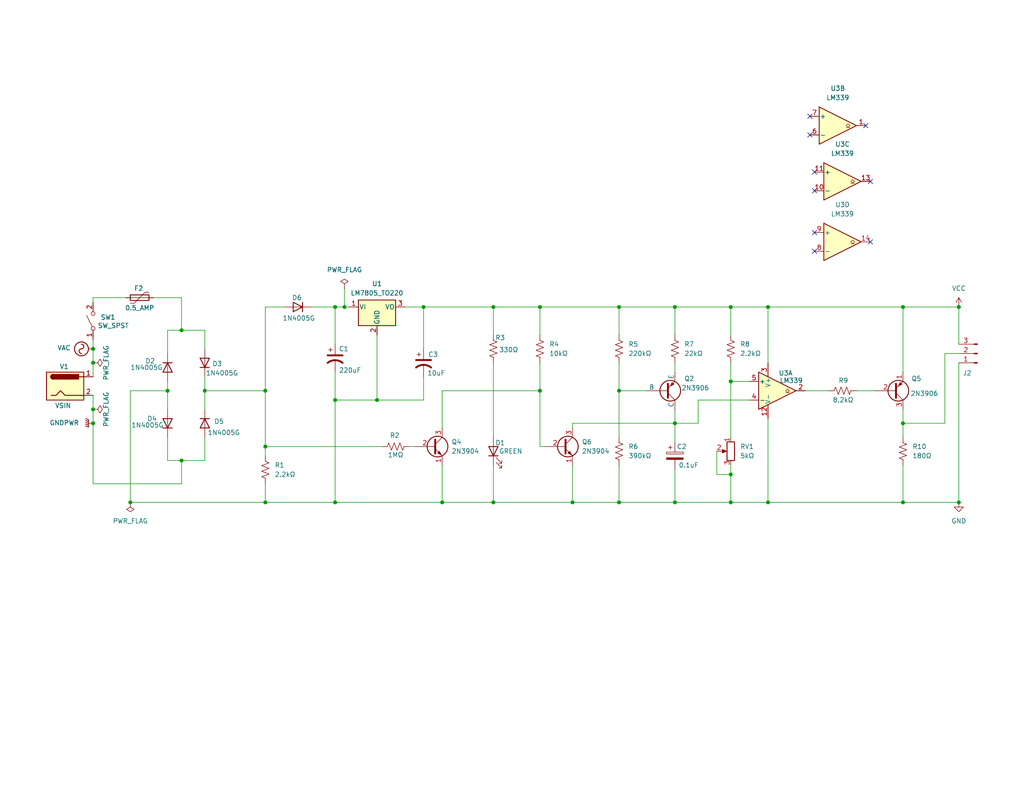
<source format=kicad_sch>
(kicad_sch (version 20231120) (generator "eeschema") (generator_version "8.0")
  (paper "A")
  (title_block (title "CMPE2150 PWM Generator - nkoirala1") (date "2024-12-09") (rev "0") (company "NAIT CNT") (comment 1 "Naresh Prasad Koirala"))
  (lib_symbols
    (symbol "Comparator:LM339" (pin_names (offset 0.127))
      (property "Reference" "U" (at 0 5.08 0))
      (property "Value" "LM339" (at 0 -5.08 0))
      (symbol "LM339_1_1"
        (polyline (pts (xy -5.08 5.08) (xy 5.08 0) (xy -5.08 -5.08) (xy -5.08 5.08)) (stroke (width 0.254)) (fill (type background)))
        (polyline (pts (xy 3.302 -0.508) (xy 2.794 -0.508) (xy 3.302 0) (xy 2.794 0.508) (xy 2.286 0) (xy 2.794 -0.508) (xy 2.286 -0.508)) (stroke (width 0.127)))
        (pin open_collector line (at 7.62 0 180) (length 2.54) (name "~") (number "2"))
        (pin input line (at -7.62 -2.54 0) (length 2.54) (name "-") (number "4"))
        (pin input line (at -7.62 2.54 0) (length 2.54) (name "+") (number "5"))
      )
      (symbol "LM339_2_1"
        (polyline (pts (xy -5.08 5.08) (xy 5.08 0) (xy -5.08 -5.08) (xy -5.08 5.08)) (stroke (width 0.254)) (fill (type background)))
        (polyline (pts (xy 3.302 -0.508) (xy 2.794 -0.508) (xy 3.302 0) (xy 2.794 0.508) (xy 2.286 0) (xy 2.794 -0.508) (xy 2.286 -0.508)) (stroke (width 0.127)))
        (pin open_collector line (at 7.62 0 180) (length 2.54) (name "~") (number "1"))
        (pin input line (at -7.62 -2.54 0) (length 2.54) (name "-") (number "6"))
        (pin input line (at -7.62 2.54 0) (length 2.54) (name "+") (number "7"))
      )
      (symbol "LM339_3_1"
        (polyline (pts (xy -5.08 5.08) (xy 5.08 0) (xy -5.08 -5.08) (xy -5.08 5.08)) (stroke (width 0.254)) (fill (type background)))
        (polyline (pts (xy 3.302 -0.508) (xy 2.794 -0.508) (xy 3.302 0) (xy 2.794 0.508) (xy 2.286 0) (xy 2.794 -0.508) (xy 2.286 -0.508)) (stroke (width 0.127)))
        (pin input line (at -7.62 -2.54 0) (length 2.54) (name "-") (number "10"))
        (pin input line (at -7.62 2.54 0) (length 2.54) (name "+") (number "11"))
        (pin open_collector line (at 7.62 0 180) (length 2.54) (name "~") (number "13"))
      )
      (symbol "LM339_4_1"
        (polyline (pts (xy -5.08 5.08) (xy 5.08 0) (xy -5.08 -5.08) (xy -5.08 5.08)) (stroke (width 0.254)) (fill (type background)))
        (polyline (pts (xy 3.302 -0.508) (xy 2.794 -0.508) (xy 3.302 0) (xy 2.794 0.508) (xy 2.286 0) (xy 2.794 -0.508) (xy 2.286 -0.508)) (stroke (width 0.127)))
        (pin open_collector line (at 7.62 0 180) (length 2.54) (name "~") (number "14"))
        (pin input line (at -7.62 -2.54 0) (length 2.54) (name "-") (number "8"))
        (pin input line (at -7.62 2.54 0) (length 2.54) (name "+") (number "9"))
      )
      (symbol "LM339_5_1"
        (pin power_in line (at -2.54 -7.62 90) (length 3.81) (name "V-") (number "12"))
        (pin power_in line (at -2.54 7.62 270) (length 3.81) (name "V+") (number "3"))
      )
    )
    (symbol "Connector:Barrel_Jack" (pin_names (offset 1.016))
      (property "Reference" "J" (at 0 5.334 0))
      (property "Value" "Barrel_Jack" (at 0 -5.08 0))
      (symbol "Barrel_Jack_0_1"
        (rectangle (start -5.08 3.81) (end 5.08 -3.81) (stroke (width 0.254)) (fill (type background)))
        (arc (start -3.302 3.175) (mid -3.9343 2.54) (end -3.302 1.905) (stroke (width 0.254)))
        (arc (start -3.302 3.175) (mid -3.9343 2.54) (end -3.302 1.905) (stroke (width 0.254)) (fill (type outline)))
        (polyline (pts (xy 5.08 2.54) (xy 3.81 2.54)) (stroke (width 0.254)))
        (polyline (pts (xy -3.81 -2.54) (xy -2.54 -2.54) (xy -1.27 -1.27) (xy 0 -2.54) (xy 2.54 -2.54) (xy 5.08 -2.54)) (stroke (width 0.254)))
        (rectangle (start 3.683 3.175) (end -3.302 1.905) (stroke (width 0.254)) (fill (type outline)))
      )
      (symbol "Barrel_Jack_1_1"
        (pin passive line (at 7.62 2.54 180) (length 2.54) (name "~") (number "1"))
        (pin passive line (at 7.62 -2.54 180) (length 2.54) (name "~") (number "2"))
      )
    )
    (symbol "Connector:Conn_01x03_Pin" (pin_names (offset 1.016) hide)
      (property "Reference" "J" (at 0 5.08 0))
      (property "Value" "Conn_01x03_Pin" (at 0 -5.08 0))
      (symbol "Conn_01x03_Pin_1_1"
        (polyline (pts (xy 1.27 -2.54) (xy 0.8636 -2.54)) (stroke (width 0.1524)))
        (polyline (pts (xy 1.27 0) (xy 0.8636 0)) (stroke (width 0.1524)))
        (polyline (pts (xy 1.27 2.54) (xy 0.8636 2.54)) (stroke (width 0.1524)))
        (rectangle (start 0.8636 -2.413) (end 0 -2.667) (stroke (width 0.1524)) (fill (type outline)))
        (rectangle (start 0.8636 0.127) (end 0 -0.127) (stroke (width 0.1524)) (fill (type outline)))
        (rectangle (start 0.8636 2.667) (end 0 2.413) (stroke (width 0.1524)) (fill (type outline)))
        (pin passive line (at 5.08 2.54 180) (length 3.81) (name "Pin_1") (number "1"))
        (pin passive line (at 5.08 0 180) (length 3.81) (name "Pin_2") (number "2"))
        (pin passive line (at 5.08 -2.54 180) (length 3.81) (name "Pin_3") (number "3"))
      )
    )
    (symbol "Device:C_Polarized" (pin_numbers hide) (pin_names (offset 0.254))
      (property "Reference" "C" (at 0.635 2.54 0))
      (property "Value" "C_Polarized" (at 0.635 -2.54 0))
      (symbol "C_Polarized_0_1"
        (rectangle (start -2.286 0.508) (end 2.286 1.016))
        (polyline (pts (xy -1.778 2.286) (xy -0.762 2.286)))
        (polyline (pts (xy -1.27 2.794) (xy -1.27 1.778)))
        (rectangle (start 2.286 -0.508) (end -2.286 -1.016) (fill (type outline)))
      )
      (symbol "C_Polarized_1_1"
        (pin passive line (at 0 3.81 270) (length 2.794) (name "~") (number "1"))
        (pin passive line (at 0 -3.81 90) (length 2.794) (name "~") (number "2"))
      )
    )
    (symbol "Device:C_Polarized_US" (pin_numbers hide) (pin_names (offset 0.254) hide)
      (property "Reference" "C" (at 0.635 2.54 0))
      (property "Value" "C_Polarized_US" (at 0.635 -2.54 0))
      (symbol "C_Polarized_US_0_1"
        (polyline (pts (xy -2.032 0.762) (xy 2.032 0.762)) (stroke (width 0.508)))
        (polyline (pts (xy -1.778 2.286) (xy -0.762 2.286)))
        (polyline (pts (xy -1.27 1.778) (xy -1.27 2.794)))
        (arc (start 2.032 -1.27) (mid 0 -0.5572) (end -2.032 -1.27) (stroke (width 0.508)))
      )
      (symbol "C_Polarized_US_1_1"
        (pin passive line (at 0 3.81 270) (length 2.794) (name "~") (number "1"))
        (pin passive line (at 0 -3.81 90) (length 3.302) (name "~") (number "2"))
      )
    )
    (symbol "Device:LED" (pin_numbers hide) (pin_names (offset 1.016) hide)
      (property "Reference" "D" (at 0 2.54 0))
      (property "Value" "LED" (at 0 -2.54 0))
      (symbol "LED_0_1"
        (polyline (pts (xy -1.27 -1.27) (xy -1.27 1.27)) (stroke (width 0.254)))
        (polyline (pts (xy -1.27 0) (xy 1.27 0)))
        (polyline (pts (xy 1.27 -1.27) (xy 1.27 1.27) (xy -1.27 0) (xy 1.27 -1.27)) (stroke (width 0.254)))
        (polyline (pts (xy -3.048 -0.762) (xy -4.572 -2.286) (xy -3.81 -2.286) (xy -4.572 -2.286) (xy -4.572 -1.524)))
        (polyline (pts (xy -1.778 -0.762) (xy -3.302 -2.286) (xy -2.54 -2.286) (xy -3.302 -2.286) (xy -3.302 -1.524)))
      )
      (symbol "LED_1_1"
        (pin passive line (at -3.81 0 0) (length 2.54) (name "K") (number "1"))
        (pin passive line (at 3.81 0 180) (length 2.54) (name "A") (number "2"))
      )
    )
    (symbol "Device:Polyfuse" (pin_numbers hide) (pin_names (offset 0))
      (property "Reference" "F" (at -2.54 0 90))
      (property "Value" "Polyfuse" (at 2.54 0 90))
      (symbol "Polyfuse_0_1"
        (rectangle (start -0.762 2.54) (end 0.762 -2.54) (stroke (width 0.254)))
        (polyline (pts (xy 0 2.54) (xy 0 -2.54)))
        (polyline (pts (xy -1.524 2.54) (xy -1.524 1.524) (xy 1.524 -1.524) (xy 1.524 -2.54)))
      )
      (symbol "Polyfuse_1_1"
        (pin passive line (at 0 3.81 270) (length 1.27) (name "~") (number "1"))
        (pin passive line (at 0 -3.81 90) (length 1.27) (name "~") (number "2"))
      )
    )
    (symbol "Device:R_Potentiometer" (pin_names (offset 1.016) hide)
      (property "Reference" "RV" (at -4.445 0 90))
      (property "Value" "R_Potentiometer" (at -2.54 0 90))
      (symbol "R_Potentiometer_0_1"
        (polyline (pts (xy 2.54 0) (xy 1.524 0)))
        (polyline (pts (xy 1.143 0) (xy 2.286 0.508) (xy 2.286 -0.508) (xy 1.143 0)) (fill (type outline)))
        (rectangle (start 1.016 2.54) (end -1.016 -2.54) (stroke (width 0.254)))
      )
      (symbol "R_Potentiometer_1_1"
        (pin passive line (at 0 3.81 270) (length 1.27) (name "1") (number "1"))
        (pin passive line (at 3.81 0 180) (length 1.27) (name "2") (number "2"))
        (pin passive line (at 0 -3.81 90) (length 1.27) (name "3") (number "3"))
      )
    )
    (symbol "Device:R_US" (pin_numbers hide) (pin_names (offset 0))
      (property "Reference" "R" (at 2.54 0 90))
      (property "Value" "R_US" (at -2.54 0 90))
      (symbol "R_US_0_1"
        (polyline (pts (xy 0 -2.286) (xy 0 -2.54)))
        (polyline (pts (xy 0 2.286) (xy 0 2.54)))
        (polyline (pts (xy 0 -0.762) (xy 1.016 -1.143) (xy 0 -1.524) (xy -1.016 -1.905) (xy 0 -2.286)))
        (polyline (pts (xy 0 0.762) (xy 1.016 0.381) (xy 0 0) (xy -1.016 -0.381) (xy 0 -0.762)))
        (polyline (pts (xy 0 2.286) (xy 1.016 1.905) (xy 0 1.524) (xy -1.016 1.143) (xy 0 0.762)))
      )
      (symbol "R_US_1_1"
        (pin passive line (at 0 3.81 270) (length 1.27) (name "~") (number "1"))
        (pin passive line (at 0 -3.81 90) (length 1.27) (name "~") (number "2"))
      )
    )
    (symbol "Diode:1N4005" (pin_numbers hide) (pin_names hide)
      (property "Reference" "D" (at 0 2.54 0))
      (property "Value" "1N4005" (at 0 -2.54 0))
      (symbol "1N4005_0_1"
        (polyline (pts (xy -1.27 1.27) (xy -1.27 -1.27)) (stroke (width 0.254)))
        (polyline (pts (xy 1.27 0) (xy -1.27 0)))
        (polyline (pts (xy 1.27 1.27) (xy 1.27 -1.27) (xy -1.27 0) (xy 1.27 1.27)) (stroke (width 0.254)))
      )
      (symbol "1N4005_1_1"
        (pin passive line (at -3.81 0 0) (length 2.54) (name "K") (number "1"))
        (pin passive line (at 3.81 0 180) (length 2.54) (name "A") (number "2"))
      )
    )
    (symbol "Regulator_Linear:LM7805_TO220" (pin_names (offset 0.254))
      (property "Reference" "U" (at -3.81 3.175 0))
      (property "Value" "LM7805_TO220" (at 0 3.175 0))
      (symbol "LM7805_TO220_0_1"
        (rectangle (start -5.08 1.905) (end 5.08 -5.08) (stroke (width 0.254)) (fill (type background)))
      )
      (symbol "LM7805_TO220_1_1"
        (pin power_in line (at -7.62 0 0) (length 2.54) (name "VI") (number "1"))
        (pin power_in line (at 0 -7.62 90) (length 2.54) (name "GND") (number "2"))
        (pin power_out line (at 7.62 0 180) (length 2.54) (name "VO") (number "3"))
      )
    )
    (symbol "Simulation_SPICE:PNP" (pin_numbers hide) (pin_names (offset 0))
      (property "Reference" "Q" (at -2.54 7.62 0))
      (property "Value" "PNP" (at -2.54 5.08 0))
      (symbol "PNP_0_1"
        (polyline (pts (xy -2.54 0) (xy 0.635 0)) (stroke (width 0.1524)))
        (polyline (pts (xy 0.635 0.635) (xy 2.54 2.54)))
        (polyline (pts (xy 0.635 -0.635) (xy 2.54 -2.54) (xy 2.54 -2.54)))
        (polyline (pts (xy 0.635 1.905) (xy 0.635 -1.905) (xy 0.635 -1.905)) (stroke (width 0.508)))
        (polyline (pts (xy 2.286 -1.778) (xy 1.778 -2.286) (xy 1.27 -1.27) (xy 2.286 -1.778) (xy 2.286 -1.778)) (fill (type outline)))
        (circle (center 1.27 0) (radius 2.8194) (stroke (width 0.254)))
      )
      (symbol "PNP_1_1"
        (pin open_collector line (at 2.54 5.08 270) (length 2.54) (name "C") (number "1"))
        (pin input line (at -5.08 0 0) (length 2.54) (name "B") (number "2"))
        (pin open_emitter line (at 2.54 -5.08 90) (length 2.54) (name "E") (number "3"))
      )
    )
    (symbol "Switch:SW_SPST" (pin_names (offset 0) hide)
      (property "Reference" "SW" (at 0 3.175 0))
      (property "Value" "SW_SPST" (at 0 -2.54 0))
      (symbol "SW_SPST_0_0"
        (circle (center -2.032 0) (radius 0.508))
        (polyline (pts (xy -1.524 0.254) (xy 1.524 1.778)))
        (circle (center 2.032 0) (radius 0.508))
      )
      (symbol "SW_SPST_1_1"
        (pin passive line (at -5.08 0 0) (length 2.54) (name "A") (number "1"))
        (pin passive line (at 5.08 0 180) (length 2.54) (name "B") (number "2"))
      )
    )
    (symbol "Transistor_BJT:2N3904" (pin_names (offset 0) hide)
      (property "Reference" "Q" (at 5.08 1.905 0))
      (property "Value" "2N3904" (at 5.08 0 0))
      (symbol "2N3904_0_1"
        (polyline (pts (xy 0.635 0.635) (xy 2.54 2.54)))
        (polyline (pts (xy 0.635 -0.635) (xy 2.54 -2.54) (xy 2.54 -2.54)))
        (polyline (pts (xy 0.635 1.905) (xy 0.635 -1.905) (xy 0.635 -1.905)) (stroke (width 0.508)))
        (polyline (pts (xy 1.27 -1.778) (xy 1.778 -1.27) (xy 2.286 -2.286) (xy 1.27 -1.778) (xy 1.27 -1.778)) (fill (type outline)))
        (circle (center 1.27 0) (radius 2.8194) (stroke (width 0.254)))
      )
      (symbol "2N3904_1_1"
        (pin passive line (at 2.54 -5.08 90) (length 2.54) (name "E") (number "1"))
        (pin passive line (at -5.08 0 0) (length 5.715) (name "B") (number "2"))
        (pin passive line (at 2.54 5.08 270) (length 2.54) (name "C") (number "3"))
      )
    )
    (symbol "Transistor_BJT:2N3906" (pin_names (offset 0) hide)
      (property "Reference" "Q" (at 5.08 1.905 0))
      (property "Value" "2N3906" (at 5.08 0 0))
      (symbol "2N3906_0_1"
        (polyline (pts (xy 0.635 0.635) (xy 2.54 2.54)))
        (polyline (pts (xy 0.635 -0.635) (xy 2.54 -2.54) (xy 2.54 -2.54)))
        (polyline (pts (xy 0.635 1.905) (xy 0.635 -1.905) (xy 0.635 -1.905)) (stroke (width 0.508)))
        (polyline (pts (xy 2.286 -1.778) (xy 1.778 -2.286) (xy 1.27 -1.27) (xy 2.286 -1.778) (xy 2.286 -1.778)) (fill (type outline)))
        (circle (center 1.27 0) (radius 2.8194) (stroke (width 0.254)))
      )
      (symbol "2N3906_1_1"
        (pin passive line (at 2.54 -5.08 90) (length 2.54) (name "E") (number "1"))
        (pin input line (at -5.08 0 0) (length 5.715) (name "B") (number "2"))
        (pin passive line (at 2.54 5.08 270) (length 2.54) (name "C") (number "3"))
      )
    )
    (symbol "power:GND" (power) (pin_numbers hide) (pin_names (offset 0) hide)
      (property "Value" "GND" (at 0 -3.81 0))
      (symbol "GND_0_1"
        (polyline (pts (xy 0 0) (xy 0 -1.27) (xy 1.27 -1.27) (xy 0 -2.54) (xy -1.27 -1.27) (xy 0 -1.27)))
      )
      (symbol "GND_1_1"
        (pin power_in line (at 0 0 270) (length 0) (name "~") (number "1"))
      )
    )
    (symbol "power:GNDPWR" (power) (pin_numbers hide) (pin_names (offset 0) hide)
      (property "Value" "GNDPWR" (at 0 -3.302 0))
      (symbol "GNDPWR_0_1"
        (polyline (pts (xy 0 -1.27) (xy 0 0)))
        (polyline (pts (xy -1.016 -1.27) (xy -1.27 -2.032) (xy -1.27 -2.032)) (stroke (width 0.2032)))
        (polyline (pts (xy -0.508 -1.27) (xy -0.762 -2.032) (xy -0.762 -2.032)) (stroke (width 0.2032)))
        (polyline (pts (xy 0 -1.27) (xy -0.254 -2.032) (xy -0.254 -2.032)) (stroke (width 0.2032)))
        (polyline (pts (xy 0.508 -1.27) (xy 0.254 -2.032) (xy 0.254 -2.032)) (stroke (width 0.2032)))
        (polyline (pts (xy 1.016 -1.27) (xy -1.016 -1.27) (xy -1.016 -1.27)) (stroke (width 0.2032)))
        (polyline (pts (xy 1.016 -1.27) (xy 0.762 -2.032) (xy 0.762 -2.032) (xy 0.762 -2.032)) (stroke (width 0.2032)))
      )
      (symbol "GNDPWR_1_1"
        (pin power_in line (at 0 0 270) (length 0) (name "~") (number "1"))
      )
    )
    (symbol "power:PWR_FLAG" (power) (pin_numbers hide) (pin_names (offset 0) hide)
      (property "Value" "PWR_FLAG" (at 0 3.81 0))
      (symbol "PWR_FLAG_0_0"
        (pin power_out line (at 0 0 90) (length 0) (name "~") (number "1"))
      )
      (symbol "PWR_FLAG_0_1"
        (polyline (pts (xy 0 0) (xy 0 1.27) (xy -1.016 1.905) (xy 0 2.54) (xy 1.016 1.905) (xy 0 1.27)))
      )
    )
    (symbol "power:VAC" (power) (pin_numbers hide) (pin_names (offset 0) hide)
      (property "Value" "VAC" (at 0 6.35 0))
      (symbol "VAC_0_1"
        (polyline (pts (xy 0 0) (xy 0 1.27)))
        (arc (start 0 3.175) (mid -0.635 3.8073) (end -1.27 3.175) (stroke (width 0.254)))
        (arc (start 0 3.175) (mid 0.635 2.5427) (end 1.27 3.175) (stroke (width 0.254)))
        (circle (center 0 3.175) (radius 1.905) (stroke (width 0.254)))
      )
      (symbol "VAC_1_1"
        (pin power_in line (at 0 0 90) (length 0) (name "~") (number "1"))
      )
    )
    (symbol "power:VCC" (power) (pin_numbers hide) (pin_names (offset 0) hide)
      (property "Value" "VCC" (at 0 3.556 0))
      (symbol "VCC_0_1"
        (polyline (pts (xy -0.762 1.27) (xy 0 2.54)))
        (polyline (pts (xy 0 0) (xy 0 2.54)))
        (polyline (pts (xy 0 2.54) (xy 0.762 1.27)))
      )
      (symbol "VCC_1_1"
        (pin power_in line (at 0 0 90) (length 0) (name "~") (number "1"))
      )
    )
  )
  (junction (at 199.39 83.82))
  (junction (at 168.91 83.82))
  (junction (at 72.39 121.92))
  (junction (at 115.57 83.82))
  (junction (at 120.65 137.16))
  (junction (at 261.62 137.16))
  (junction (at 35.56 137.16))
  (junction (at 199.39 137.16))
  (junction (at 246.38 137.16))
  (junction (at 49.53 125.73))
  (junction (at 168.91 106.68))
  (junction (at 184.15 137.16))
  (junction (at 45.72 106.68))
  (junction (at 184.15 83.82))
  (junction (at 134.62 83.82))
  (junction (at 55.88 106.68))
  (junction (at 147.32 83.82))
  (junction (at 147.32 106.68))
  (junction (at 25.4 111.76))
  (junction (at 246.38 115.57))
  (junction (at 72.39 106.68))
  (junction (at 209.55 83.82))
  (junction (at 168.91 137.16))
  (junction (at 91.44 137.16))
  (junction (at 199.39 129.54))
  (junction (at 25.4 99.06))
  (junction (at 156.21 137.16))
  (junction (at 91.44 109.22))
  (junction (at 209.55 137.16))
  (junction (at 25.4 95.25))
  (junction (at 184.15 115.57))
  (junction (at 199.39 104.14))
  (junction (at 246.38 83.82))
  (junction (at 261.62 83.82))
  (junction (at 49.53 90.17))
  (junction (at 91.44 83.82))
  (junction (at 25.4 115.57))
  (junction (at 134.62 137.16))
  (junction (at 93.98 83.82))
  (junction (at 72.39 137.16))
  (junction (at 102.87 109.22))
  (no_connect (at 237.49 49.53))
  (no_connect (at 237.49 66.04))
  (no_connect (at 222.25 68.58))
  (no_connect (at 222.25 52.07))
  (no_connect (at 220.98 31.75))
  (no_connect (at 222.25 46.99))
  (no_connect (at 220.98 36.83))
  (no_connect (at 236.22 34.29))
  (no_connect (at 222.25 63.5))
  (wire (pts (xy 199.39 137.16) (xy 209.55 137.16)))
  (wire (pts (xy 115.57 83.82) (xy 115.57 95.25)))
  (wire (pts (xy 25.4 111.76) (xy 25.4 115.57)))
  (wire (pts (xy 45.72 104.14) (xy 45.72 106.68)))
  (wire (pts (xy 134.62 83.82) (xy 134.62 91.44)))
  (wire (pts (xy 102.87 109.22) (xy 115.57 109.22)))
  (wire (pts (xy 72.39 121.92) (xy 72.39 124.46)))
  (wire (pts (xy 184.15 137.16) (xy 199.39 137.16)))
  (wire (pts (xy 35.56 106.68) (xy 45.72 106.68)))
  (wire (pts (xy 120.65 116.84) (xy 120.65 106.68)))
  (wire (pts (xy 168.91 127) (xy 168.91 137.16)))
  (wire (pts (xy 25.4 99.06) (xy 25.4 102.87)))
  (wire (pts (xy 72.39 83.82) (xy 77.47 83.82)))
  (wire (pts (xy 72.39 83.82) (xy 72.39 106.68)))
  (wire (pts (xy 156.21 115.57) (xy 184.15 115.57)))
  (wire (pts (xy 41.91 81.28) (xy 49.53 81.28)))
  (wire (pts (xy 45.72 106.68) (xy 45.72 111.76)))
  (wire (pts (xy 49.53 125.73) (xy 55.88 125.73)))
  (wire (pts (xy 111.76 121.92) (xy 113.03 121.92)))
  (wire (pts (xy 168.91 106.68) (xy 176.53 106.68)))
  (wire (pts (xy 195.58 129.54) (xy 199.39 129.54)))
  (wire (pts (xy 257.81 96.52) (xy 261.62 96.52)))
  (wire (pts (xy 25.4 95.25) (xy 25.4 99.06)))
  (wire (pts (xy 147.32 99.06) (xy 147.32 106.68)))
  (wire (pts (xy 72.39 121.92) (xy 104.14 121.92)))
  (wire (pts (xy 219.71 106.68) (xy 226.06 106.68)))
  (wire (pts (xy 199.39 104.14) (xy 204.47 104.14)))
  (wire (pts (xy 209.55 137.16) (xy 246.38 137.16)))
  (wire (pts (xy 199.39 104.14) (xy 199.39 119.38)))
  (wire (pts (xy 184.15 115.57) (xy 190.5 115.57)))
  (wire (pts (xy 45.72 90.17) (xy 49.53 90.17)))
  (wire (pts (xy 184.15 115.57) (xy 184.15 120.65)))
  (wire (pts (xy 184.15 111.76) (xy 184.15 115.57)))
  (wire (pts (xy 199.39 83.82) (xy 209.55 83.82)))
  (wire (pts (xy 246.38 137.16) (xy 261.62 137.16)))
  (wire (pts (xy 190.5 109.22) (xy 190.5 115.57)))
  (wire (pts (xy 134.62 127) (xy 134.62 137.16)))
  (wire (pts (xy 147.32 83.82) (xy 147.32 91.44)))
  (wire (pts (xy 45.72 96.52) (xy 45.72 90.17)))
  (wire (pts (xy 35.56 106.68) (xy 35.56 137.16)))
  (wire (pts (xy 93.98 83.82) (xy 95.25 83.82)))
  (wire (pts (xy 168.91 83.82) (xy 184.15 83.82)))
  (wire (pts (xy 85.09 83.82) (xy 91.44 83.82)))
  (wire (pts (xy 120.65 137.16) (xy 134.62 137.16)))
  (wire (pts (xy 184.15 83.82) (xy 199.39 83.82)))
  (wire (pts (xy 246.38 115.57) (xy 246.38 119.38)))
  (wire (pts (xy 110.49 83.82) (xy 115.57 83.82)))
  (wire (pts (xy 156.21 127) (xy 156.21 137.16)))
  (wire (pts (xy 120.65 127) (xy 120.65 137.16)))
  (wire (pts (xy 261.62 99.06) (xy 261.62 137.16)))
  (wire (pts (xy 25.4 81.28) (xy 34.29 81.28)))
  (wire (pts (xy 246.38 115.57) (xy 257.81 115.57)))
  (wire (pts (xy 156.21 137.16) (xy 134.62 137.16)))
  (wire (pts (xy 195.58 123.19) (xy 195.58 129.54)))
  (wire (pts (xy 257.81 96.52) (xy 257.81 115.57)))
  (wire (pts (xy 246.38 83.82) (xy 261.62 83.82)))
  (wire (pts (xy 49.53 81.28) (xy 49.53 90.17)))
  (wire (pts (xy 209.55 99.06) (xy 209.55 83.82)))
  (wire (pts (xy 55.88 125.73) (xy 55.88 119.38)))
  (wire (pts (xy 91.44 101.6) (xy 91.44 109.22)))
  (wire (pts (xy 25.4 107.95) (xy 25.4 111.76)))
  (wire (pts (xy 115.57 102.87) (xy 115.57 109.22)))
  (wire (pts (xy 25.4 132.08) (xy 49.53 132.08)))
  (wire (pts (xy 190.5 109.22) (xy 204.47 109.22)))
  (wire (pts (xy 134.62 83.82) (xy 147.32 83.82)))
  (wire (pts (xy 184.15 99.06) (xy 184.15 101.6)))
  (wire (pts (xy 91.44 109.22) (xy 91.44 137.16)))
  (wire (pts (xy 25.4 115.57) (xy 25.4 132.08)))
  (wire (pts (xy 233.68 106.68) (xy 238.76 106.68)))
  (wire (pts (xy 45.72 125.73) (xy 49.53 125.73)))
  (wire (pts (xy 72.39 106.68) (xy 72.39 121.92)))
  (wire (pts (xy 45.72 119.38) (xy 45.72 125.73)))
  (wire (pts (xy 184.15 128.27) (xy 184.15 137.16)))
  (wire (pts (xy 156.21 137.16) (xy 168.91 137.16)))
  (wire (pts (xy 134.62 99.06) (xy 134.62 119.38)))
  (wire (pts (xy 91.44 109.22) (xy 102.87 109.22)))
  (wire (pts (xy 168.91 83.82) (xy 168.91 91.44)))
  (wire (pts (xy 168.91 106.68) (xy 168.91 119.38)))
  (wire (pts (xy 168.91 137.16) (xy 184.15 137.16)))
  (wire (pts (xy 199.39 129.54) (xy 199.39 137.16)))
  (wire (pts (xy 102.87 91.44) (xy 102.87 109.22)))
  (wire (pts (xy 147.32 106.68) (xy 147.32 121.92)))
  (wire (pts (xy 72.39 132.08) (xy 72.39 137.16)))
  (wire (pts (xy 93.98 78.74) (xy 93.98 83.82)))
  (wire (pts (xy 55.88 106.68) (xy 72.39 106.68)))
  (wire (pts (xy 55.88 102.87) (xy 55.88 106.68)))
  (wire (pts (xy 115.57 83.82) (xy 134.62 83.82)))
  (wire (pts (xy 246.38 83.82) (xy 246.38 101.6)))
  (wire (pts (xy 25.4 81.28) (xy 25.4 82.55)))
  (wire (pts (xy 147.32 121.92) (xy 148.59 121.92)))
  (wire (pts (xy 209.55 83.82) (xy 246.38 83.82)))
  (wire (pts (xy 91.44 137.16) (xy 120.65 137.16)))
  (wire (pts (xy 246.38 111.76) (xy 246.38 115.57)))
  (wire (pts (xy 49.53 132.08) (xy 49.53 125.73)))
  (wire (pts (xy 156.21 116.84) (xy 156.21 115.57)))
  (wire (pts (xy 199.39 99.06) (xy 199.39 104.14)))
  (wire (pts (xy 209.55 114.3) (xy 209.55 137.16)))
  (wire (pts (xy 147.32 83.82) (xy 168.91 83.82)))
  (wire (pts (xy 49.53 90.17) (xy 55.88 90.17)))
  (wire (pts (xy 261.62 83.82) (xy 261.62 93.98)))
  (wire (pts (xy 199.39 127) (xy 199.39 129.54)))
  (wire (pts (xy 91.44 83.82) (xy 93.98 83.82)))
  (wire (pts (xy 91.44 83.82) (xy 91.44 93.98)))
  (wire (pts (xy 199.39 83.82) (xy 199.39 91.44)))
  (wire (pts (xy 91.44 137.16) (xy 72.39 137.16)))
  (wire (pts (xy 120.65 106.68) (xy 147.32 106.68)))
  (wire (pts (xy 55.88 106.68) (xy 55.88 111.76)))
  (wire (pts (xy 55.88 90.17) (xy 55.88 95.25)))
  (wire (pts (xy 246.38 127) (xy 246.38 137.16)))
  (wire (pts (xy 35.56 137.16) (xy 72.39 137.16)))
  (wire (pts (xy 25.4 92.71) (xy 25.4 95.25)))
  (wire (pts (xy 184.15 83.82) (xy 184.15 91.44)))
  (wire (pts (xy 168.91 99.06) (xy 168.91 106.68)))
  (symbol (lib_id "Diode:1N4005") (at 55.88 115.57 270) (unit 1)
    (property "Reference" "D5" (at 58.42 115.062 90) (effects (justify left)))
    (property "Value" "1N4005G" (at 56.642 118.11 90) (effects (justify left)))
    (property "Footprint" "Diode_SMD:D_0805_2012Metric_Pad1.15x1.40mm_HandSolder" (effects (hide yes)))
    (property "Datasheet" "http://www.vishay.com/docs/88503/1n4001.pdf" (effects (hide yes)))
    (property "Description" "600V 1A General Purpose Rectifier Diode, DO-41" (effects (hide yes)))
    (property "Sim.Device" "D" (effects (hide yes)))
    (property "Sim.Pins" "1=K 2=A" (effects (hide yes)))
  )
  (symbol (lib_id "Transistor_BJT:2N3906") (at 243.84 106.68 0) (mirror x) (unit 1)
    (property "Reference" "Q5" (at 248.666 103.378 0) (effects (justify left)))
    (property "Value" "2N3906" (at 248.412 107.442 0) (effects (justify left)))
    (property "Footprint" "Package_TO_SOT_SMD:SOT-23" (effects (hide yes)))
    (property "Datasheet" "https://www.onsemi.com/pub/Collateral/2N3906-D.PDF" (effects (hide yes)))
    (property "Description" "-0.2A Ic, -40V Vce, Small Signal PNP Transistor, TO-92" (effects (hide yes)))
  )
  (symbol (lib_id "Device:R_US") (at 168.91 95.25 0) (unit 1)
    (property "Reference" "R5" (at 171.45 93.9799 0) (effects (justify left)))
    (property "Value" "220kΩ" (at 171.45 96.5199 0) (effects (justify left)))
    (property "Footprint" "Resistor_SMD:R_0805_2012Metric_Pad1.20x1.40mm_HandSolder" (effects (hide yes)))
    (property "Description" "Resistor, US symbol" (effects (hide yes)))
  )
  (symbol (lib_id "Device:R_US") (at 134.62 95.25 0) (unit 1)
    (property "Reference" "R3" (at 135.128 92.202 0) (effects (justify left)))
    (property "Value" "330Ω" (at 136.144 95.504 0) (effects (justify left)))
    (property "Footprint" "Resistor_SMD:R_0805_2012Metric_Pad1.20x1.40mm_HandSolder" (effects (hide yes)))
    (property "Description" "Resistor, US symbol" (effects (hide yes)))
  )
  (symbol (lib_id "Regulator_Linear:LM7805_TO220") (at 102.87 83.82 0) (unit 1)
    (property "Reference" "U1" (at 102.87 77.47 0))
    (property "Value" "LM7805_TO220" (at 102.87 80.01 0))
    (property "Footprint" "Package_TO_SOT_THT:TO-220-3_Vertical" (effects (hide yes)))
    (property "Datasheet" "https://www.onsemi.cn/PowerSolutions/document/MC7800-D.PDF" (effects (hide yes)))
    (property "Description" "Positive 1A 35V Linear Regulator, Fixed Output 5V, TO-220" (effects (hide yes)))
  )
  (symbol (lib_id "Diode:1N4005") (at 45.72 115.57 90) (unit 1)
    (property "Reference" "D4" (at 40.132 114.3 90) (effects (justify right)))
    (property "Value" "1N4005G" (at 35.814 116.078 90) (effects (justify right)))
    (property "Footprint" "Diode_SMD:D_0805_2012Metric_Pad1.15x1.40mm_HandSolder" (effects (hide yes)))
    (property "Datasheet" "http://www.vishay.com/docs/88503/1n4001.pdf" (effects (hide yes)))
    (property "Description" "600V 1A General Purpose Rectifier Diode, DO-41" (effects (hide yes)))
    (property "Sim.Device" "D" (effects (hide yes)))
    (property "Sim.Pins" "1=K 2=A" (effects (hide yes)))
  )
  (symbol (lib_id "Comparator:LM339") (at 212.09 106.68 0) (unit 1)
    (property "Reference" "U3" (at 214.376 101.854 0))
    (property "Value" "LM339" (at 215.9 103.886 0))
    (property "Footprint" "Package_SO:SOIC-14_3.9x8.7mm_P1.27mm" (effects (hide yes)))
    (property "Datasheet" "https://www.st.com/resource/en/datasheet/lm139.pdf" (effects (hide yes)))
    (property "Description" "Quad Differential Comparators, SOIC-14/TSSOP-14" (effects (hide yes)))
  )
  (symbol (lib_id "Switch:SW_SPST") (at 25.4 87.63 90) (unit 1)
    (property "Reference" "SW1" (at 27.432 86.614 90) (effects (justify right)))
    (property "Value" "SW_SPST" (at 26.67 88.8999 90) (effects (justify right)))
    (property "Footprint" "Button_Switch_SMD:SW_DIP_SPSTx01_Slide_6.7x4.1mm_W6.73mm_P2.54mm_LowProfile_JPin" (effects (hide yes)))
    (property "Description" "Single Pole Single Throw (SPST) switch" (effects (hide yes)))
  )
  (symbol (lib_id "power:GND") (at 261.62 137.16 0) (unit 1)
    (property "Reference" "#PWR04" (effects (hide yes)))
    (property "Value" "GND" (at 261.62 142.24 0))
    (property "Description" "Power symbol creates a global label with name \"GND\" , ground" (effects (hide yes)))
  )
  (symbol (lib_id "Device:R_Potentiometer") (at 199.39 123.19 0) (mirror y) (unit 1)
    (property "Reference" "RV1" (at 201.93 121.9199 0) (effects (justify right)))
    (property "Value" "5kΩ" (at 201.93 124.4599 0) (effects (justify right)))
    (property "Footprint" "Potentiometer_THT:Potentiometer_Bourns_3296W_Vertical" (effects (hide yes)))
    (property "Description" "Potentiometer" (effects (hide yes)))
  )
  (symbol (lib_id "power:VCC") (at 261.62 83.82 0) (unit 1)
    (property "Reference" "#PWR01" (effects (hide yes)))
    (property "Value" "VCC" (at 261.62 78.74 0))
    (property "Description" "Power symbol creates a global label with name \"VCC\"" (effects (hide yes)))
  )
  (symbol (lib_id "Diode:1N4005") (at 45.72 100.33 270) (unit 1)
    (property "Reference" "D2" (at 39.624 98.552 90) (effects (justify left)))
    (property "Value" "1N4005G" (at 35.56 100.33 90) (effects (justify left)))
    (property "Footprint" "Diode_SMD:D_0805_2012Metric_Pad1.15x1.40mm_HandSolder" (effects (hide yes)))
    (property "Datasheet" "http://www.vishay.com/docs/88503/1n4001.pdf" (effects (hide yes)))
    (property "Description" "600V 1A General Purpose Rectifier Diode, DO-41" (effects (hide yes)))
    (property "Sim.Device" "D" (effects (hide yes)))
    (property "Sim.Pins" "1=K 2=A" (effects (hide yes)))
  )
  (symbol (lib_id "Transistor_BJT:2N3904") (at 153.67 121.92 0) (unit 1)
    (property "Reference" "Q6" (at 158.75 120.6499 0) (effects (justify left)))
    (property "Value" "2N3904" (at 158.75 123.1899 0) (effects (justify left)))
    (property "Footprint" "Package_TO_SOT_SMD:SOT-23" (effects (hide yes)))
    (property "Datasheet" "https://www.onsemi.com/pub/Collateral/2N3903-D.PDF" (effects (hide yes)))
    (property "Description" "0.2A Ic, 40V Vce, Small Signal NPN Transistor, TO-92" (effects (hide yes)))
  )
  (symbol (lib_id "power:GNDPWR") (at 25.4 115.57 270) (unit 1)
    (property "Reference" "#PWR02" (effects (hide yes)))
    (property "Value" "GNDPWR" (at 21.59 115.4429 90) (effects (justify right)))
    (property "Description" "Power symbol creates a global label with name \"GNDPWR\" , global ground" (effects (hide yes)))
  )
  (symbol (lib_id "Connector:Barrel_Jack") (at 17.78 105.41 0) (unit 1)
    (property "Reference" "V1" (at 17.526 100.076 0))
    (property "Value" "VSIN" (at 14.986 110.744 0) (effects (justify left)))
    (property "Footprint" "Connector_BarrelJack:BarrelJack_CUI_PJ-063AH_Horizontal" (effects (hide yes)))
    (property "Description" "DC Barrel Jack" (effects (hide yes)))
    (property "Sim.Pins" "1=+ 2=-" (effects (hide yes)))
    (property "Sim.Params" "dc=0 ampl=1 f=1k ac=1" (effects (hide yes)))
    (property "Sim.Type" "SIN" (effects (hide yes)))
    (property "Sim.Device" "V" (effects (hide yes)))
  )
  (symbol (lib_id "power:PWR_FLAG") (at 25.4 111.76 270) (unit 1)
    (property "Reference" "#FLG02" (effects (hide yes)))
    (property "Value" "PWR_FLAG" (at 28.956 111.76 0))
    (property "Description" "Special symbol for telling ERC where power comes from" (effects (hide yes)))
  )
  (symbol (lib_id "Comparator:LM339") (at 228.6 34.29 0) (unit 2)
    (property "Reference" "U3" (at 228.6 24.13 0))
    (property "Value" "LM339" (at 228.6 26.67 0))
    (property "Footprint" "Package_SO:SOIC-14_3.9x8.7mm_P1.27mm" (effects (hide yes)))
    (property "Datasheet" "https://www.st.com/resource/en/datasheet/lm139.pdf" (effects (hide yes)))
    (property "Description" "Quad Differential Comparators, SOIC-14/TSSOP-14" (effects (hide yes)))
  )
  (symbol (lib_id "Device:C_Polarized_US") (at 91.44 97.79 0) (unit 1)
    (property "Reference" "C1" (at 92.456 95.25 0) (effects (justify left)))
    (property "Value" "220uF" (at 92.456 101.092 0) (effects (justify left)))
    (property "Footprint" "Wurth_Elektronik_220uf:Wurth_Elektronik_220uf" (effects (hide yes)))
    (property "Description" "Polarized capacitor, US symbol" (effects (hide yes)))
  )
  (symbol (lib_id "Comparator:LM339") (at 212.09 106.68 0) (unit 5)
    (property "Reference" "U3" (effects (hide yes)))
    (property "Value" "LM339" (effects (hide yes)))
    (property "Footprint" "Package_SO:SOIC-14_3.9x8.7mm_P1.27mm" (effects (hide yes)))
    (property "Datasheet" "https://www.st.com/resource/en/datasheet/lm139.pdf" (effects (hide yes)))
    (property "Description" "Quad Differential Comparators, SOIC-14/TSSOP-14" (effects (hide yes)))
  )
  (symbol (lib_id "Device:R_US") (at 184.15 95.25 0) (unit 1)
    (property "Reference" "R7" (at 186.69 93.9799 0) (effects (justify left)))
    (property "Value" "22kΩ" (at 186.69 96.5199 0) (effects (justify left)))
    (property "Footprint" "Resistor_SMD:R_0805_2012Metric_Pad1.20x1.40mm_HandSolder" (effects (hide yes)))
    (property "Description" "Resistor, US symbol" (effects (hide yes)))
  )
  (symbol (lib_id "Device:R_US") (at 107.95 121.92 90) (unit 1)
    (property "Reference" "R2" (at 107.696 118.872 90))
    (property "Value" "1MΩ" (at 107.95 124.206 90))
    (property "Footprint" "Resistor_SMD:R_0805_2012Metric_Pad1.20x1.40mm_HandSolder" (effects (hide yes)))
    (property "Description" "Resistor, US symbol" (effects (hide yes)))
  )
  (symbol (lib_id "Diode:1N4005") (at 81.28 83.82 180) (unit 1)
    (property "Reference" "D6" (at 81.026 81.28 0))
    (property "Value" "1N4005G" (at 81.534 86.868 0))
    (property "Footprint" "Diode_SMD:D_0805_2012Metric_Pad1.15x1.40mm_HandSolder" (effects (hide yes)))
    (property "Datasheet" "http://www.vishay.com/docs/88503/1n4001.pdf" (effects (hide yes)))
    (property "Description" "600V 1A General Purpose Rectifier Diode, DO-41" (effects (hide yes)))
    (property "Sim.Device" "D" (effects (hide yes)))
    (property "Sim.Pins" "1=K 2=A" (effects (hide yes)))
  )
  (symbol (lib_id "Simulation_SPICE:PNP") (at 181.61 106.68 0) (mirror x) (unit 1)
    (property "Reference" "Q2" (at 186.69 103.378 0) (effects (justify left)))
    (property "Value" "2N3906" (at 185.928 105.918 0) (effects (justify left)))
    (property "Footprint" "Package_TO_SOT_SMD:SOT-23" (effects (hide yes)))
    (property "Datasheet" "https://ngspice.sourceforge.io/docs/ngspice-html-manual/manual.xhtml#cha_BJTs" (effects (hide yes)))
    (property "Description" "Bipolar transistor symbol for simulation only, substrate tied to the emitter" (effects (hide yes)))
    (property "Sim.Device" "PNP" (effects (hide yes)))
    (property "Sim.Type" "GUMMELPOON" (effects (hide yes)))
    (property "Sim.Pins" "1=C 2=B 3=E" (effects (hide yes)))
  )
  (symbol (lib_id "Device:R_US") (at 229.87 106.68 90) (unit 1)
    (property "Reference" "R9" (at 230.124 103.886 90))
    (property "Value" "8.2kΩ" (at 232.918 109.22 90) (effects (justify left)))
    (property "Footprint" "Resistor_SMD:R_0805_2012Metric_Pad1.20x1.40mm_HandSolder" (effects (hide yes)))
    (property "Description" "Resistor, US symbol" (effects (hide yes)))
  )
  (symbol (lib_id "Device:C_Polarized") (at 184.15 124.46 0) (unit 1)
    (property "Reference" "C2" (at 184.658 121.92 0) (effects (justify left)))
    (property "Value" "0.1uF" (at 185.166 127 0) (effects (justify left)))
    (property "Footprint" "Capacitor_SMD:C_0805_2012Metric" (effects (hide yes)))
    (property "Description" "Polarized capacitor" (effects (hide yes)))
  )
  (symbol (lib_id "Device:Polyfuse") (at 38.1 81.28 90) (unit 1)
    (property "Reference" "F2" (at 37.846 78.74 90))
    (property "Value" "0.5_AMP" (at 38.1 84.074 90))
    (property "Footprint" "NANOSMDC016F-2:RESC3115X65N" (effects (hide yes)))
    (property "Description" "Resettable fuse, polymeric positive temperature coefficient" (effects (hide yes)))
  )
  (symbol (lib_id "Device:R_US") (at 72.39 128.27 0) (unit 1)
    (property "Reference" "R1" (at 74.93 126.9999 0) (effects (justify left)))
    (property "Value" "2.2kΩ" (at 74.93 129.5399 0) (effects (justify left)))
    (property "Footprint" "Resistor_SMD:R_0805_2012Metric_Pad1.20x1.40mm_HandSolder" (effects (hide yes)))
    (property "Description" "Resistor, US symbol" (effects (hide yes)))
  )
  (symbol (lib_id "Device:R_US") (at 147.32 95.25 0) (unit 1)
    (property "Reference" "R4" (at 149.86 93.9799 0) (effects (justify left)))
    (property "Value" "10kΩ" (at 149.86 96.5199 0) (effects (justify left)))
    (property "Footprint" "Resistor_SMD:R_0805_2012Metric_Pad1.20x1.40mm_HandSolder" (effects (hide yes)))
    (property "Description" "Resistor, US symbol" (effects (hide yes)))
  )
  (symbol (lib_id "Device:C_Polarized_US") (at 115.57 99.06 0) (unit 1)
    (property "Reference" "C3" (at 116.84 96.774 0) (effects (justify left)))
    (property "Value" "10uF" (at 116.586 101.854 0) (effects (justify left)))
    (property "Footprint" "Wurth_Elektronik_10uf:Wurth_Elektronik_10uf" (effects (hide yes)))
    (property "Description" "Polarized capacitor, US symbol" (effects (hide yes)))
  )
  (symbol (lib_id "Connector:Conn_01x03_Pin") (at 266.7 96.52 180) (unit 1)
    (property "Reference" "J2" (at 263.906 101.854 0))
    (property "Value" "Conn_01x03_Pin" (effects (hide yes)))
    (property "Footprint" "Connector_PinHeader_2.54mm:PinHeader_1x03_P2.54mm_Vertical" (effects (hide yes)))
    (property "Description" "Generic connector, single row, 01x03, script generated" (effects (hide yes)))
  )
  (symbol (lib_id "power:VAC") (at 25.4 95.25 90) (unit 1)
    (property "Reference" "#PWR03" (effects (hide yes)))
    (property "Value" "VAC" (at 19.304 94.996 90) (effects (justify left)))
    (property "Description" "Power symbol creates a global label with name \"VAC\"" (effects (hide yes)))
  )
  (symbol (lib_id "Transistor_BJT:2N3904") (at 118.11 121.92 0) (unit 1)
    (property "Reference" "Q4" (at 123.19 120.6499 0) (effects (justify left)))
    (property "Value" "2N3904" (at 123.19 123.1899 0) (effects (justify left)))
    (property "Footprint" "Package_TO_SOT_SMD:SOT-23" (effects (hide yes)))
    (property "Datasheet" "https://www.onsemi.com/pub/Collateral/2N3903-D.PDF" (effects (hide yes)))
    (property "Description" "0.2A Ic, 40V Vce, Small Signal NPN Transistor, TO-92" (effects (hide yes)))
  )
  (symbol (lib_id "Device:R_US") (at 199.39 95.25 0) (unit 1)
    (property "Reference" "R8" (at 201.93 93.9799 0) (effects (justify left)))
    (property "Value" "2.2kΩ" (at 201.93 96.5199 0) (effects (justify left)))
    (property "Footprint" "Resistor_SMD:R_0805_2012Metric_Pad1.20x1.40mm_HandSolder" (effects (hide yes)))
    (property "Description" "Resistor, US symbol" (effects (hide yes)))
  )
  (symbol (lib_id "Device:R_US") (at 246.38 123.19 0) (unit 1)
    (property "Reference" "R10" (at 248.92 121.9199 0) (effects (justify left)))
    (property "Value" "180Ω" (at 248.92 124.4599 0) (effects (justify left)))
    (property "Footprint" "Resistor_SMD:R_0805_2012Metric_Pad1.20x1.40mm_HandSolder" (effects (hide yes)))
    (property "Description" "Resistor, US symbol" (effects (hide yes)))
  )
  (symbol (lib_id "Comparator:LM339") (at 229.87 66.04 0) (unit 4)
    (property "Reference" "U3" (at 229.87 55.88 0))
    (property "Value" "LM339" (at 229.87 58.42 0))
    (property "Footprint" "Package_SO:SOIC-14_3.9x8.7mm_P1.27mm" (effects (hide yes)))
    (property "Datasheet" "https://www.st.com/resource/en/datasheet/lm139.pdf" (effects (hide yes)))
    (property "Description" "Quad Differential Comparators, SOIC-14/TSSOP-14" (effects (hide yes)))
  )
  (symbol (lib_id "power:PWR_FLAG") (at 25.4 99.06 270) (unit 1)
    (property "Reference" "#FLG03" (effects (hide yes)))
    (property "Value" "PWR_FLAG" (at 28.956 99.06 0))
    (property "Description" "Special symbol for telling ERC where power comes from" (effects (hide yes)))
  )
  (symbol (lib_id "Diode:1N4005") (at 55.88 99.06 90) (unit 1)
    (property "Reference" "D3" (at 57.912 99.314 90) (effects (justify right)))
    (property "Value" "1N4005G" (at 56.134 101.854 90) (effects (justify right)))
    (property "Footprint" "Diode_SMD:D_0805_2012Metric_Pad1.15x1.40mm_HandSolder" (effects (hide yes)))
    (property "Datasheet" "http://www.vishay.com/docs/88503/1n4001.pdf" (effects (hide yes)))
    (property "Description" "600V 1A General Purpose Rectifier Diode, DO-41" (effects (hide yes)))
    (property "Sim.Device" "D" (effects (hide yes)))
    (property "Sim.Pins" "1=K 2=A" (effects (hide yes)))
  )
  (symbol (lib_id "power:PWR_FLAG") (at 35.56 137.16 180) (unit 1)
    (property "Reference" "#FLG04" (effects (hide yes)))
    (property "Value" "PWR_FLAG" (at 35.56 142.24 0))
    (property "Description" "Special symbol for telling ERC where power comes from" (effects (hide yes)))
  )
  (symbol (lib_id "Comparator:LM339") (at 229.87 49.53 0) (unit 3)
    (property "Reference" "U3" (at 229.87 39.37 0))
    (property "Value" "LM339" (at 229.87 41.91 0))
    (property "Footprint" "Package_SO:SOIC-14_3.9x8.7mm_P1.27mm" (effects (hide yes)))
    (property "Datasheet" "https://www.st.com/resource/en/datasheet/lm139.pdf" (effects (hide yes)))
    (property "Description" "Quad Differential Comparators, SOIC-14/TSSOP-14" (effects (hide yes)))
  )
  (symbol (lib_id "Device:R_US") (at 168.91 123.19 0) (unit 1)
    (property "Reference" "R6" (at 171.45 121.9199 0) (effects (justify left)))
    (property "Value" "390kΩ" (at 171.45 124.4599 0) (effects (justify left)))
    (property "Footprint" "Resistor_SMD:R_0805_2012Metric_Pad1.20x1.40mm_HandSolder" (effects (hide yes)))
    (property "Description" "Resistor, US symbol" (effects (hide yes)))
  )
  (symbol (lib_id "power:PWR_FLAG") (at 93.98 78.74 0) (unit 1)
    (property "Reference" "#FLG01" (effects (hide yes)))
    (property "Value" "PWR_FLAG" (at 93.98 73.66 0))
    (property "Description" "Special symbol for telling ERC where power comes from" (effects (hide yes)))
  )
  (symbol (lib_id "Device:LED") (at 134.62 123.19 90) (unit 1)
    (property "Reference" "D1" (at 135.128 120.904 90) (effects (justify right)))
    (property "Value" "GREEN" (at 136.144 123.19 90) (effects (justify right)))
    (property "Footprint" "LED_THT:LED_D5.0mm" (effects (hide yes)))
    (property "Description" "Light emitting diode" (effects (hide yes)))
  )
)
</source>
